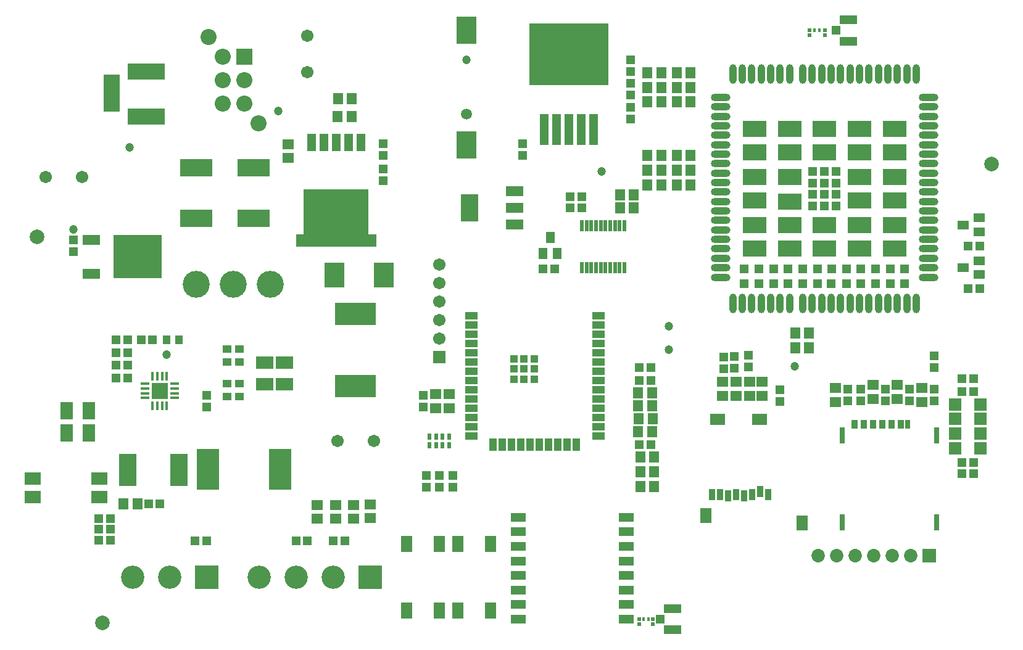
<source format=gts>
G04*
G04 #@! TF.GenerationSoftware,Altium Limited,Altium Designer,24.5.2 (23)*
G04*
G04 Layer_Color=8388736*
%FSLAX25Y25*%
%MOIN*%
G70*
G04*
G04 #@! TF.SameCoordinates,54B51B4C-3849-4939-8346-CF3DF989E6B0*
G04*
G04*
G04 #@! TF.FilePolarity,Negative*
G04*
G01*
G75*
%ADD66R,0.05524X0.05918*%
%ADD67R,0.06312X0.09068*%
%ADD68R,0.02368X0.03550*%
%ADD69R,0.04816X0.04501*%
%ADD70R,0.11036X0.14973*%
%ADD71R,0.05918X0.05524*%
%ADD72R,0.04501X0.04816*%
%ADD73R,0.01975X0.01975*%
%ADD74R,0.01778X0.01975*%
%ADD75R,0.09461X0.04934*%
%ADD76R,0.05131X0.04737*%
%ADD77C,0.04737*%
%ADD78R,0.06706X0.06706*%
%ADD79R,0.04737X0.06312*%
%ADD80R,0.06312X0.04737*%
%ADD81R,0.08477X0.04934*%
%ADD82R,0.04343X0.04343*%
%ADD83R,0.06706X0.04343*%
%ADD84R,0.04343X0.06706*%
%ADD85R,0.05013X0.09304*%
%ADD86R,0.04900X0.16700*%
%ADD87R,0.09461X0.14580*%
%ADD88R,0.09461X0.05524*%
%ADD89R,0.10642X0.13792*%
%ADD90R,0.04343X0.04737*%
%ADD91R,0.04737X0.04343*%
%ADD92R,0.12217X0.22060*%
%ADD93R,0.06706X0.09461*%
%ADD94R,0.09461X0.06706*%
%ADD95R,0.08661X0.08661*%
%ADD96R,0.05118X0.01575*%
%ADD97R,0.01575X0.05118*%
%ADD98R,0.09461X0.17729*%
%ADD99R,0.09776X0.05524*%
%ADD100R,0.25997X0.23635*%
%ADD101R,0.09068X0.06706*%
G04:AMPARAMS|DCode=102|XSize=61.06mil|YSize=19.72mil|CornerRadius=2.97mil|HoleSize=0mil|Usage=FLASHONLY|Rotation=270.000|XOffset=0mil|YOffset=0mil|HoleType=Round|Shape=RoundedRectangle|*
%AMROUNDEDRECTD102*
21,1,0.06106,0.01378,0,0,270.0*
21,1,0.05512,0.01972,0,0,270.0*
1,1,0.00594,-0.00689,-0.02756*
1,1,0.00594,-0.00689,0.02756*
1,1,0.00594,0.00689,0.02756*
1,1,0.00594,0.00689,-0.02756*
%
%ADD102ROUNDEDRECTD102*%
G04:AMPARAMS|DCode=103|XSize=106.42mil|YSize=39.5mil|CornerRadius=19.75mil|HoleSize=0mil|Usage=FLASHONLY|Rotation=90.000|XOffset=0mil|YOffset=0mil|HoleType=Round|Shape=RoundedRectangle|*
%AMROUNDEDRECTD103*
21,1,0.10642,0.00000,0,0,90.0*
21,1,0.06693,0.03950,0,0,90.0*
1,1,0.03950,0.00000,0.03347*
1,1,0.03950,0.00000,-0.03347*
1,1,0.03950,0.00000,-0.03347*
1,1,0.03950,0.00000,0.03347*
%
%ADD103ROUNDEDRECTD103*%
G04:AMPARAMS|DCode=104|XSize=106.42mil|YSize=39.5mil|CornerRadius=19.75mil|HoleSize=0mil|Usage=FLASHONLY|Rotation=180.000|XOffset=0mil|YOffset=0mil|HoleType=Round|Shape=RoundedRectangle|*
%AMROUNDEDRECTD104*
21,1,0.10642,0.00000,0,0,180.0*
21,1,0.06693,0.03950,0,0,180.0*
1,1,0.03950,-0.03347,0.00000*
1,1,0.03950,0.03347,0.00000*
1,1,0.03950,0.03347,0.00000*
1,1,0.03950,-0.03347,0.00000*
%
%ADD104ROUNDEDRECTD104*%
%ADD105R,0.05131X0.05131*%
%ADD106R,0.12611X0.08674*%
%ADD107R,0.43100X0.33500*%
%ADD108R,0.03543X0.06299*%
%ADD109R,0.07887X0.06312*%
%ADD110R,0.06312X0.08280*%
%ADD111R,0.22060X0.12217*%
%ADD112R,0.17729X0.09461*%
%ADD113C,0.07874*%
%ADD114R,0.03084X0.09068*%
%ADD115R,0.02795X0.04685*%
%ADD116R,0.03347X0.04842*%
%ADD117R,0.03189X0.04685*%
%ADD118C,0.05918*%
%ADD119C,0.06706*%
%ADD120C,0.07296*%
%ADD121R,0.07296X0.07296*%
%ADD122R,0.12611X0.12611*%
%ADD123C,0.12611*%
%ADD124R,0.06706X0.06706*%
%ADD125C,0.14580*%
%ADD126R,0.20485X0.08674*%
%ADD127R,0.08674X0.20485*%
%ADD128C,0.08674*%
%ADD129R,0.08674X0.08674*%
%ADD130C,0.03556*%
G36*
X190753Y246153D02*
X190772Y246150D01*
X191095D01*
Y245827D01*
X191098Y245808D01*
X191102Y245756D01*
Y221747D01*
X194835D01*
X194887Y221744D01*
X194906Y221740D01*
X195228D01*
Y221417D01*
X195232Y221399D01*
X195236Y221346D01*
Y215559D01*
X195232Y215507D01*
X195228Y215488D01*
Y215165D01*
X194906D01*
X194887Y215162D01*
X194835Y215158D01*
X152315D01*
X152263Y215162D01*
X152244Y215165D01*
X151921D01*
Y215488D01*
X151918Y215507D01*
X151914Y215559D01*
Y221346D01*
X151918Y221399D01*
X151921Y221417D01*
Y221740D01*
X152244D01*
X152263Y221744D01*
X152315Y221747D01*
X156048D01*
Y245756D01*
X156051Y245808D01*
X156055Y245827D01*
Y246150D01*
X156378D01*
X156396Y246153D01*
X156449Y246157D01*
X190701D01*
X190753Y246153D01*
D02*
G37*
D66*
X66227Y76021D02*
D03*
X58746D02*
D03*
X428937Y168307D02*
D03*
X421457D02*
D03*
X345276Y101378D02*
D03*
X337795D02*
D03*
X334329Y236221D02*
D03*
X326849D02*
D03*
X336654Y129213D02*
D03*
X344134D02*
D03*
X344565Y122243D02*
D03*
X337085D02*
D03*
X344134Y115087D02*
D03*
X336653D02*
D03*
X336654Y136182D02*
D03*
X344134D02*
D03*
X334329Y243155D02*
D03*
X326849D02*
D03*
X341732Y264370D02*
D03*
X349213D02*
D03*
X341732Y256496D02*
D03*
X349213D02*
D03*
X341732Y248622D02*
D03*
X349213D02*
D03*
X364961Y248622D02*
D03*
X357480D02*
D03*
X364961Y256496D02*
D03*
X357480D02*
D03*
X364961Y264370D02*
D03*
X357480D02*
D03*
X349213Y293307D02*
D03*
X341732D02*
D03*
X349213Y301181D02*
D03*
X341732D02*
D03*
X349213Y309055D02*
D03*
X341732D02*
D03*
X357480Y309055D02*
D03*
X364961D02*
D03*
X357480Y301181D02*
D03*
X364961D02*
D03*
X357480Y293307D02*
D03*
X364961D02*
D03*
X181962Y295205D02*
D03*
X174481D02*
D03*
X181890Y285433D02*
D03*
X174409D02*
D03*
X337795Y93504D02*
D03*
X345276D02*
D03*
X337795Y85630D02*
D03*
X345276D02*
D03*
X421457Y160433D02*
D03*
X428937D02*
D03*
D67*
X239173Y54331D02*
D03*
X256890D02*
D03*
Y18504D02*
D03*
X239173D02*
D03*
X229331D02*
D03*
X211614D02*
D03*
Y54331D02*
D03*
X229331D02*
D03*
D68*
X224012Y107677D02*
D03*
X227555D02*
D03*
X231099D02*
D03*
X234642D02*
D03*
Y112401D02*
D03*
X231099D02*
D03*
X227555D02*
D03*
X224012D02*
D03*
D69*
X222441Y85276D02*
D03*
Y91496D02*
D03*
X229331Y85276D02*
D03*
Y91496D02*
D03*
X236653Y85276D02*
D03*
Y91496D02*
D03*
X220472Y128583D02*
D03*
Y134803D02*
D03*
X103690Y134677D02*
D03*
Y128457D02*
D03*
X31496Y212441D02*
D03*
Y218661D02*
D03*
X274232Y270827D02*
D03*
Y264606D02*
D03*
X332677Y316102D02*
D03*
Y309882D02*
D03*
Y303465D02*
D03*
Y297244D02*
D03*
Y290354D02*
D03*
Y284134D02*
D03*
X382845Y149247D02*
D03*
Y155467D02*
D03*
X396296Y150231D02*
D03*
Y156452D02*
D03*
X388779Y149449D02*
D03*
Y155669D02*
D03*
X413177Y131530D02*
D03*
Y137751D02*
D03*
X198819Y264606D02*
D03*
Y270827D02*
D03*
Y250827D02*
D03*
Y257047D02*
D03*
X496673Y138035D02*
D03*
Y131814D02*
D03*
X483290Y138035D02*
D03*
Y131814D02*
D03*
X470351Y138035D02*
D03*
Y131814D02*
D03*
X450019Y138035D02*
D03*
Y131814D02*
D03*
X456931Y138035D02*
D03*
Y131814D02*
D03*
X496673Y155991D02*
D03*
Y149771D02*
D03*
D70*
X244094Y332264D02*
D03*
Y270098D02*
D03*
D71*
X227362Y135433D02*
D03*
Y127953D02*
D03*
X234685Y135433D02*
D03*
Y127953D02*
D03*
X191929Y75787D02*
D03*
Y68307D02*
D03*
X183071Y75590D02*
D03*
Y68110D02*
D03*
X382310Y134508D02*
D03*
Y141988D02*
D03*
X389469Y134508D02*
D03*
Y141988D02*
D03*
X403766Y134508D02*
D03*
Y141988D02*
D03*
X396791Y134508D02*
D03*
Y141988D02*
D03*
X147638Y262992D02*
D03*
Y270472D02*
D03*
X173228Y68110D02*
D03*
Y75590D02*
D03*
X163386D02*
D03*
Y68110D02*
D03*
X443291Y138665D02*
D03*
Y131184D02*
D03*
X463592Y132874D02*
D03*
Y140354D02*
D03*
X476779Y132874D02*
D03*
Y140354D02*
D03*
X489854Y131184D02*
D03*
Y138665D02*
D03*
D72*
X103561Y56102D02*
D03*
X97342D02*
D03*
X151813Y56102D02*
D03*
X158031D02*
D03*
X172087D02*
D03*
X178307D02*
D03*
X306298Y242059D02*
D03*
X300077D02*
D03*
X306298Y236221D02*
D03*
X300077D02*
D03*
X511654Y92520D02*
D03*
X517874D02*
D03*
X285374Y203255D02*
D03*
X291594D02*
D03*
X521128Y192547D02*
D03*
X514907D02*
D03*
X521128Y215598D02*
D03*
X514907D02*
D03*
X343661Y108268D02*
D03*
X337441D02*
D03*
X54604Y164756D02*
D03*
X60824D02*
D03*
X60824Y157866D02*
D03*
X54604D02*
D03*
X74359Y164756D02*
D03*
X68138D02*
D03*
X60824Y150976D02*
D03*
X54604D02*
D03*
X78392Y76021D02*
D03*
X72172D02*
D03*
X60824Y144087D02*
D03*
X54604D02*
D03*
X337283Y149742D02*
D03*
X343504D02*
D03*
Y142655D02*
D03*
X337283D02*
D03*
X45305Y68262D02*
D03*
X51525D02*
D03*
X51525Y62441D02*
D03*
X45305D02*
D03*
X45305Y56619D02*
D03*
X51525D02*
D03*
X517874Y98425D02*
D03*
X511654D02*
D03*
X517874Y136811D02*
D03*
X511654D02*
D03*
X517874Y143701D02*
D03*
X511654D02*
D03*
D73*
X429134Y329331D02*
D03*
Y332087D02*
D03*
X437522Y332087D02*
D03*
Y329331D02*
D03*
X337402Y10983D02*
D03*
Y13739D02*
D03*
X344488Y10983D02*
D03*
Y13739D02*
D03*
D74*
X432074Y332087D02*
D03*
X434633D02*
D03*
X339665Y13739D02*
D03*
X342224D02*
D03*
D75*
X450198Y337841D02*
D03*
Y326227D02*
D03*
X355217Y19587D02*
D03*
Y7972D02*
D03*
D76*
X443702Y332034D02*
D03*
X348721Y13780D02*
D03*
D77*
X316929Y255906D02*
D03*
X421260Y150591D02*
D03*
X353346Y172244D02*
D03*
X81879Y156882D02*
D03*
X62008Y268701D02*
D03*
X31457Y224317D02*
D03*
X142126Y288386D02*
D03*
X353346Y159449D02*
D03*
X244094Y316122D02*
D03*
D78*
X521654Y114173D02*
D03*
X507874D02*
D03*
Y106299D02*
D03*
X521654D02*
D03*
X507874Y129921D02*
D03*
X521654D02*
D03*
X507874Y122047D02*
D03*
X521654D02*
D03*
D79*
X289173Y220276D02*
D03*
X292913Y211614D02*
D03*
X285433D02*
D03*
D80*
X512402Y203740D02*
D03*
X521063Y207480D02*
D03*
Y200000D02*
D03*
X512402Y226916D02*
D03*
X521063Y230656D02*
D03*
Y223175D02*
D03*
D81*
X272047Y68898D02*
D03*
Y61024D02*
D03*
Y53150D02*
D03*
Y45276D02*
D03*
Y37402D02*
D03*
Y29528D02*
D03*
Y21654D02*
D03*
Y13780D02*
D03*
X330315D02*
D03*
Y21654D02*
D03*
Y29528D02*
D03*
Y37402D02*
D03*
Y45276D02*
D03*
Y53150D02*
D03*
Y61024D02*
D03*
Y68898D02*
D03*
D82*
X280512Y143504D02*
D03*
X275000D02*
D03*
X269488D02*
D03*
X280512Y149016D02*
D03*
X275000Y149016D02*
D03*
X269488D02*
D03*
X280512Y154528D02*
D03*
X275000D02*
D03*
X269488D02*
D03*
D83*
X315354Y177913D02*
D03*
Y172913D02*
D03*
X315354Y167913D02*
D03*
X315354Y162913D02*
D03*
Y157913D02*
D03*
Y152913D02*
D03*
Y147913D02*
D03*
Y142913D02*
D03*
Y137913D02*
D03*
Y132913D02*
D03*
X315354Y127913D02*
D03*
X315354Y122913D02*
D03*
Y117913D02*
D03*
Y112913D02*
D03*
X246457D02*
D03*
Y117913D02*
D03*
Y122913D02*
D03*
X246457Y127913D02*
D03*
X246457Y132913D02*
D03*
Y137913D02*
D03*
Y142913D02*
D03*
Y147913D02*
D03*
Y152913D02*
D03*
Y157913D02*
D03*
Y162913D02*
D03*
X246457Y167913D02*
D03*
X246457Y172913D02*
D03*
Y177913D02*
D03*
D84*
X303425Y107992D02*
D03*
X298425Y107992D02*
D03*
X293425D02*
D03*
X288425Y107992D02*
D03*
X283425Y107992D02*
D03*
X278425Y107992D02*
D03*
X273425Y107992D02*
D03*
X268425D02*
D03*
X263425Y107992D02*
D03*
X258425Y107992D02*
D03*
D85*
X186961Y271346D02*
D03*
X180268D02*
D03*
X173575D02*
D03*
X166882D02*
D03*
X160189D02*
D03*
D86*
X292520Y278350D02*
D03*
X285827D02*
D03*
X299213D02*
D03*
X305906D02*
D03*
X312598D02*
D03*
D87*
X245669Y236221D02*
D03*
D88*
X270079Y245276D02*
D03*
Y236221D02*
D03*
Y227165D02*
D03*
D89*
X172638Y199803D02*
D03*
X199409D02*
D03*
D90*
X81879Y164717D02*
D03*
X88573D02*
D03*
D91*
X121446Y140981D02*
D03*
Y134289D02*
D03*
X114556Y140981D02*
D03*
Y134289D02*
D03*
X114556Y152959D02*
D03*
Y159652D02*
D03*
X121446Y152959D02*
D03*
Y159652D02*
D03*
D92*
X104264Y94874D02*
D03*
X143241D02*
D03*
D93*
X39835Y126428D02*
D03*
X28024D02*
D03*
X39835Y114618D02*
D03*
X28024D02*
D03*
D94*
X145669Y152559D02*
D03*
Y140748D02*
D03*
X134843Y152559D02*
D03*
Y140748D02*
D03*
D95*
X78209Y137185D02*
D03*
D96*
X70138Y133346D02*
D03*
Y135906D02*
D03*
Y138465D02*
D03*
Y141024D02*
D03*
X86279Y138465D02*
D03*
Y135906D02*
D03*
Y133346D02*
D03*
Y141024D02*
D03*
D97*
X74370Y145256D02*
D03*
X76929D02*
D03*
X79488D02*
D03*
X82047D02*
D03*
Y129114D02*
D03*
X79488D02*
D03*
X76929D02*
D03*
X74370D02*
D03*
D98*
X88583Y94488D02*
D03*
X61024D02*
D03*
D99*
X41417Y200590D02*
D03*
Y218701D02*
D03*
D100*
X66417Y209646D02*
D03*
D101*
X9646Y79646D02*
D03*
Y89646D02*
D03*
X45472D02*
D03*
Y79646D02*
D03*
D102*
X329323Y226522D02*
D03*
X326764D02*
D03*
X324205D02*
D03*
X321646D02*
D03*
X319087D02*
D03*
X316528D02*
D03*
X313969D02*
D03*
X311410D02*
D03*
X308851D02*
D03*
X306292D02*
D03*
Y203688D02*
D03*
X308851D02*
D03*
X311410D02*
D03*
X313969D02*
D03*
X316528D02*
D03*
X319087D02*
D03*
X321646D02*
D03*
X324205D02*
D03*
X326764D02*
D03*
X329323D02*
D03*
D103*
X408268Y184449D02*
D03*
X413386D02*
D03*
X418504D02*
D03*
X435827D02*
D03*
X440945D02*
D03*
X446063D02*
D03*
X451181D02*
D03*
X456299D02*
D03*
X461417D02*
D03*
X466536D02*
D03*
X471654D02*
D03*
X476772D02*
D03*
X481890D02*
D03*
X487008D02*
D03*
Y308465D02*
D03*
X481890D02*
D03*
X476772D02*
D03*
X471654D02*
D03*
X466536D02*
D03*
X461417D02*
D03*
X440945D02*
D03*
X435827D02*
D03*
X418504D02*
D03*
X413386D02*
D03*
X408268D02*
D03*
X403150D02*
D03*
X398031D02*
D03*
X392913D02*
D03*
X387795D02*
D03*
X425591D02*
D03*
X430709D02*
D03*
Y184449D02*
D03*
X425591D02*
D03*
X446063Y308465D02*
D03*
X451181D02*
D03*
X456299D02*
D03*
X403150Y184449D02*
D03*
X398031D02*
D03*
X392913D02*
D03*
X387795D02*
D03*
D104*
X493504Y208858D02*
D03*
Y213976D02*
D03*
Y219094D02*
D03*
Y224213D02*
D03*
Y229331D02*
D03*
Y254921D02*
D03*
Y260039D02*
D03*
Y265158D02*
D03*
Y270276D02*
D03*
Y275394D02*
D03*
Y280512D02*
D03*
Y285630D02*
D03*
X493504Y295866D02*
D03*
X381299D02*
D03*
X381299Y290748D02*
D03*
Y285630D02*
D03*
Y280512D02*
D03*
Y275394D02*
D03*
Y270276D02*
D03*
Y265158D02*
D03*
Y234449D02*
D03*
Y229331D02*
D03*
Y224213D02*
D03*
Y219094D02*
D03*
Y213976D02*
D03*
Y208858D02*
D03*
X493504Y203740D02*
D03*
Y198622D02*
D03*
X381299D02*
D03*
Y203740D02*
D03*
Y239567D02*
D03*
Y244685D02*
D03*
Y249803D02*
D03*
Y254921D02*
D03*
Y260039D02*
D03*
X493504Y290748D02*
D03*
Y249803D02*
D03*
Y244685D02*
D03*
Y239567D02*
D03*
Y234449D02*
D03*
D105*
X431102Y249606D02*
D03*
X443701Y243307D02*
D03*
X431102Y237008D02*
D03*
X394094Y203150D02*
D03*
X409842D02*
D03*
X425591D02*
D03*
X433465D02*
D03*
X441339D02*
D03*
X449213D02*
D03*
X457087D02*
D03*
X457087Y195276D02*
D03*
X464961D02*
D03*
X480709D02*
D03*
X472835D02*
D03*
X449213D02*
D03*
X440945D02*
D03*
X433465D02*
D03*
X425591D02*
D03*
X417717D02*
D03*
X409842D02*
D03*
X401968D02*
D03*
X394094D02*
D03*
X480709Y203150D02*
D03*
X472835D02*
D03*
X464961D02*
D03*
X417717D02*
D03*
X401968D02*
D03*
X443701Y237008D02*
D03*
X437402D02*
D03*
Y243307D02*
D03*
X431102D02*
D03*
X443701Y249606D02*
D03*
X437402D02*
D03*
X443701Y255906D02*
D03*
X437402D02*
D03*
X431102D02*
D03*
D106*
X399606Y278740D02*
D03*
X418504D02*
D03*
X437402D02*
D03*
X456299D02*
D03*
X475197D02*
D03*
X399606Y266142D02*
D03*
X418504D02*
D03*
X437402D02*
D03*
X456299D02*
D03*
X475197D02*
D03*
X399606Y252756D02*
D03*
X418504D02*
D03*
X456299D02*
D03*
X475197D02*
D03*
X399606Y240158D02*
D03*
X418504Y239567D02*
D03*
X456299Y240158D02*
D03*
X475197D02*
D03*
X399606Y226772D02*
D03*
X418504D02*
D03*
X437402D02*
D03*
X456299D02*
D03*
X475197D02*
D03*
X399606Y214173D02*
D03*
X418504D02*
D03*
X437402D02*
D03*
X456299D02*
D03*
X475197D02*
D03*
D107*
X299213Y319094D02*
D03*
D108*
X385197Y80315D02*
D03*
X393858D02*
D03*
X402520Y82677D02*
D03*
X406850Y81102D02*
D03*
X376535D02*
D03*
X380866D02*
D03*
X389528D02*
D03*
X398189D02*
D03*
D109*
X402165Y121653D02*
D03*
X379724D02*
D03*
D110*
X425197Y65945D02*
D03*
X373425Y69882D02*
D03*
D111*
X184055Y178937D02*
D03*
Y139961D02*
D03*
D112*
X98110Y230315D02*
D03*
Y257874D02*
D03*
X128937Y230315D02*
D03*
Y257874D02*
D03*
D113*
X47244Y11811D02*
D03*
X527559Y259842D02*
D03*
X11811Y220472D02*
D03*
D114*
X446850Y113218D02*
D03*
Y65974D02*
D03*
X498032D02*
D03*
Y113218D02*
D03*
D115*
X482205Y119065D02*
D03*
D116*
X458465D02*
D03*
X468465D02*
D03*
X453465D02*
D03*
X463465D02*
D03*
X473465D02*
D03*
D117*
X478465D02*
D03*
D118*
X244094Y286634D02*
D03*
D119*
X174213Y110236D02*
D03*
X193898D02*
D03*
X157980Y329224D02*
D03*
Y309539D02*
D03*
X16732Y252953D02*
D03*
X36417D02*
D03*
X229331Y165354D02*
D03*
Y175354D02*
D03*
Y185354D02*
D03*
Y195354D02*
D03*
Y205354D02*
D03*
D120*
X484055Y48228D02*
D03*
X474055D02*
D03*
X464055D02*
D03*
X454055D02*
D03*
X444055D02*
D03*
X434055D02*
D03*
D121*
X494055D02*
D03*
D122*
X191890Y36417D02*
D03*
X103661D02*
D03*
D123*
X171890D02*
D03*
X151890D02*
D03*
X131890D02*
D03*
X83661D02*
D03*
X63661D02*
D03*
D124*
X229331Y155354D02*
D03*
D125*
X138110Y194882D02*
D03*
X118110D02*
D03*
X98110D02*
D03*
D126*
X70866Y285433D02*
D03*
Y309842D02*
D03*
D127*
X52362Y298031D02*
D03*
D128*
X104724Y328346D02*
D03*
X131496Y281890D02*
D03*
X112205Y292520D02*
D03*
Y305118D02*
D03*
Y317717D02*
D03*
X124016Y292520D02*
D03*
Y305118D02*
D03*
D129*
Y317717D02*
D03*
D130*
X80374Y135020D02*
D03*
Y139350D02*
D03*
X76043D02*
D03*
Y135020D02*
D03*
M02*

</source>
